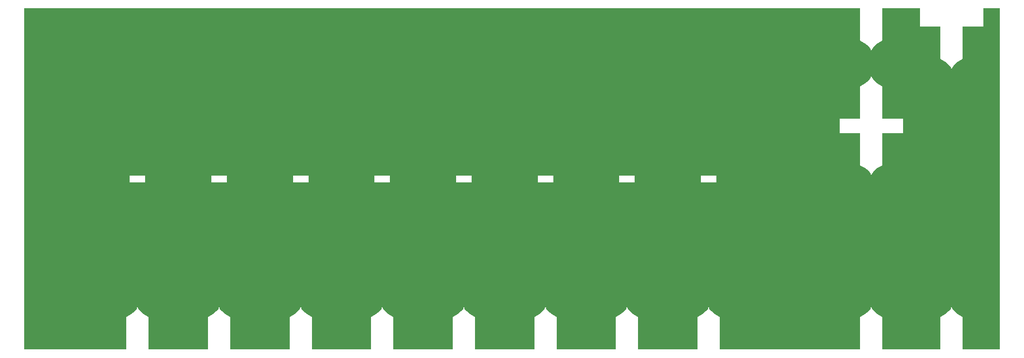
<source format=gbr>
G04 ===== Begin FILE IDENTIFICATION =====*
G04 File Format:  Gerber RS274X*
G04 ===== End FILE IDENTIFICATION =====*
%FSLAX24Y24*%
%MOMM*%
%SFA1.0000B1.0000*%
%OFA0.0B0.0*%
%ADD10C,0.000025*%
%LNL2*%
%IPPOS*%
%LPD*%
G75*
G36*
G01X-697845Y-299250D02*
G01X-519358D01*
G01Y-242514D01*
G01X-510802Y-237514D01*
G01X-504690Y-232514D01*
G01X-501023Y-227514D01*
G01X-500558Y-225612D01*
G01X-499042D01*
G01X-498577Y-227514D01*
G01X-494910Y-232514D01*
G01X-488798Y-237514D01*
G01X-480242Y-242514D01*
G01Y-299250D01*
G01X-376558D01*
G01Y-242514D01*
G01X-368002Y-237514D01*
G01X-361890Y-232514D01*
G01X-358223Y-227514D01*
G01X-357758Y-225612D01*
G01X-356242D01*
G01X-355777Y-227514D01*
G01X-352110Y-232514D01*
G01X-345998Y-237514D01*
G01X-337442Y-242514D01*
G01Y-299250D01*
G01X-233758D01*
G01Y-242514D01*
G01X-225202Y-237514D01*
G01X-219090Y-232514D01*
G01X-215423Y-227514D01*
G01X-214958Y-225612D01*
G01X-213442D01*
G01X-212977Y-227514D01*
G01X-209310Y-232514D01*
G01X-203198Y-237514D01*
G01X-194642Y-242514D01*
G01Y-299250D01*
G01X-90958D01*
G01Y-242514D01*
G01X-82402Y-237514D01*
G01X-76290Y-232514D01*
G01X-72623Y-227514D01*
G01X-72158Y-225612D01*
G01X-70642D01*
G01X-70177Y-227514D01*
G01X-66510Y-232514D01*
G01X-60398Y-237514D01*
G01X-51842Y-242514D01*
G01Y-299250D01*
G01X51842D01*
G01Y-242514D01*
G01X60398Y-237514D01*
G01X66510Y-232514D01*
G01X70177Y-227514D01*
G01X70642Y-225612D01*
G01X72158D01*
G01X72623Y-227514D01*
G01X76290Y-232514D01*
G01X82402Y-237514D01*
G01X90958Y-242514D01*
G01Y-299250D01*
G01X194642D01*
G01Y-242514D01*
G01X203198Y-237514D01*
G01X209310Y-232514D01*
G01X212977Y-227514D01*
G01X213442Y-225612D01*
G01X214958D01*
G01X215423Y-227514D01*
G01X219090Y-232514D01*
G01X225202Y-237514D01*
G01X233758Y-242514D01*
G01Y-299250D01*
G01X337442D01*
G01Y-242514D01*
G01X345998Y-237514D01*
G01X352110Y-232514D01*
G01X355777Y-227514D01*
G01X356242Y-225612D01*
G01X357758D01*
G01X358223Y-227514D01*
G01X361890Y-232514D01*
G01X368002Y-237514D01*
G01X376558Y-242514D01*
G01Y-299250D01*
G01X480242D01*
G01Y-242514D01*
G01X488798Y-237514D01*
G01X494910Y-232514D01*
G01X498577Y-227514D01*
G01X499042Y-225612D01*
G01X500558D01*
G01X501023Y-227514D01*
G01X504690Y-232514D01*
G01X510802Y-237514D01*
G01X519358Y-242514D01*
G01Y-299250D01*
G01X765032D01*
G01Y-242514D01*
G01X773588Y-237514D01*
G01X779700Y-232514D01*
G01X783367Y-227514D01*
G01X783832Y-225612D01*
G01X785348D01*
G01X785813Y-227514D01*
G01X789480Y-232514D01*
G01X795592Y-237514D01*
G01X804148Y-242514D01*
G01Y-299250D01*
G01X905522D01*
G01Y-242514D01*
G01X914078Y-237514D01*
G01X920190Y-232514D01*
G01X923857Y-227514D01*
G01X924322Y-225612D01*
G01X925838D01*
G01X926303Y-227514D01*
G01X929970Y-232514D01*
G01X936082Y-237514D01*
G01X944638Y-242514D01*
G01Y-299250D01*
G01X1009575D01*
G01Y299250D01*
G01X980325D01*
G01Y267250D01*
G01X944638D01*
G01Y210514D01*
G01X936082Y205514D01*
G01X929970Y200514D01*
G01X926303Y195514D01*
G01X925838Y193612D01*
G01X924322D01*
G01X923857Y195514D01*
G01X920190Y200514D01*
G01X914078Y205514D01*
G01X905522Y210514D01*
G01Y267250D01*
G01X869835D01*
G01Y299250D01*
G01X804148D01*
G01Y242514D01*
G01X795592Y237514D01*
G01X789480Y232514D01*
G01X785813Y227514D01*
G01X785348Y225612D01*
G01X783832D01*
G01Y179416D01*
G01X785348D01*
G01X785813Y177514D01*
G01X789480Y172514D01*
G01X795592Y167514D01*
G01X804148Y162514D01*
G01Y105778D01*
G01X839835D01*
G01Y80736D01*
G01X804148D01*
G01Y24000D01*
G01X795592Y19000D01*
G01X789480Y14000D01*
G01X785813Y9000D01*
G01X785348Y7098D01*
G01X783832D01*
G01X783367Y9000D01*
G01X779700Y14000D01*
G01X773588Y19000D01*
G01X765032Y24000D01*
G01Y80736D01*
G01X729345D01*
G01Y105778D01*
G01X765032D01*
G01Y162514D01*
G01X773588Y167514D01*
G01X779700Y172514D01*
G01X783367Y177514D01*
G01X783832Y179416D01*
G01Y225612D01*
G01X783367Y227514D01*
G01X779700Y232514D01*
G01X773588Y237514D01*
G01X765032Y242514D01*
G01Y299250D01*
G01X486300D01*
G01Y6000D01*
G01X513300D01*
G01Y-6000D01*
G01X486300D01*
G01Y6000D01*
G01Y299250D01*
G01X343500D01*
G01Y6000D01*
G01X370500D01*
G01Y-6000D01*
G01X343500D01*
G01Y6000D01*
G01Y299250D01*
G01X200700D01*
G01Y6000D01*
G01X227700D01*
G01Y-6000D01*
G01X200700D01*
G01Y6000D01*
G01Y299250D01*
G01X57900D01*
G01Y6000D01*
G01X84900D01*
G01Y-6000D01*
G01X57900D01*
G01Y6000D01*
G01Y299250D01*
G01X-84900D01*
G01Y6000D01*
G01X-57900D01*
G01Y-6000D01*
G01X-84900D01*
G01Y6000D01*
G01Y299250D01*
G01X-227700D01*
G01Y6000D01*
G01X-200700D01*
G01Y-6000D01*
G01X-227700D01*
G01Y6000D01*
G01Y299250D01*
G01X-370500D01*
G01Y6000D01*
G01X-343500D01*
G01Y-6000D01*
G01X-370500D01*
G01Y6000D01*
G01Y299250D01*
G01X-513300D01*
G01Y6000D01*
G01X-486300D01*
G01Y-6000D01*
G01X-513300D01*
G01Y6000D01*
G01Y299250D01*
G01X-697845D01*
G01Y-299250D01*
G37*
M02*


</source>
